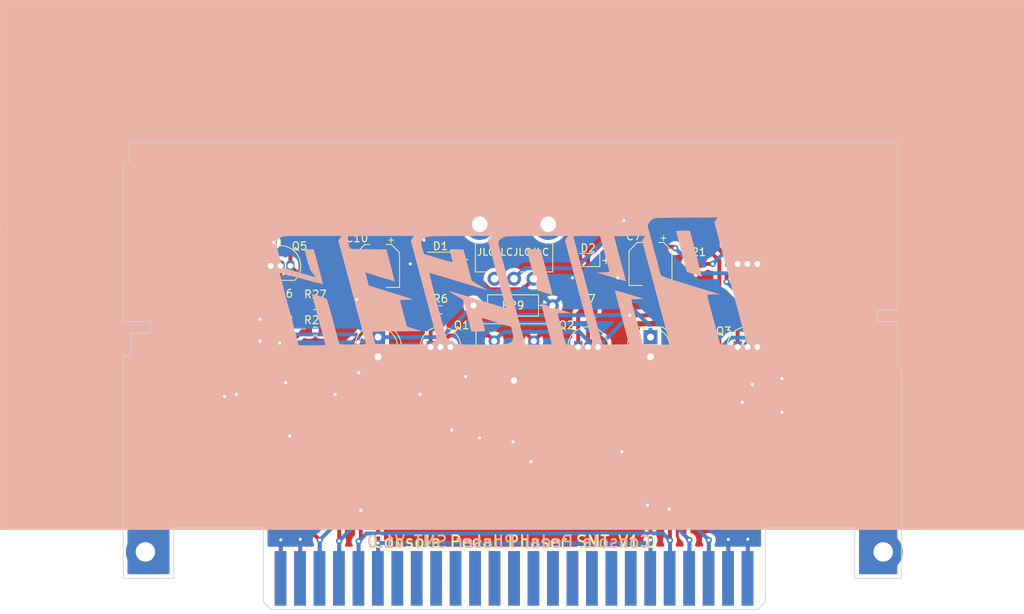
<source format=kicad_pcb>
(kicad_pcb (version 20171130) (host pcbnew "(5.1.10)-1")
  (layers (0 F.Cu signal hide) (31 B.Cu signal) (34 B.Paste user) (35 F.Paste user) (36 B.SilkS user) (37 F.SilkS user) (38 B.Mask user) (39 F.Mask user) (44 Edge.Cuts user))
  (net 0 "")
  (net 1 GND)
  (net 2 /LEDPower)
  (net 3 /Input)
  (net 4 /Output)
  (net 5 +9V)
  (net 6 "Net-(C2-Pad2)")
  (net 7 "Net-(C2-Pad1)")
  (net 8 "Net-(C3-Pad1)")
  (net 9 "Net-(C4-Pad2)")
  (net 10 "Net-(C5-Pad1)")
  (net 11 "Net-(C1-Pad1)")
  (net 12 "Net-(C3-Pad2)")
  (net 13 "Net-(C4-Pad1)")
  (net 14 "Net-(C5-Pad2)")
  (net 15 "Net-(C6-Pad2)")
  (net 16 +5V)
  (net 17 /VBIAS)
  (net 18 "Net-(C9-Pad2)")
  (net 19 "Net-(C9-Pad1)")
  (net 20 "Net-(C10-Pad1)")
  (net 21 "Net-(D3-Pad1)")
  (net 22 "Net-(Q5-Pad2)")
  (net 23 "Net-(R2-Pad2)")
  (net 24 "Net-(R4-Pad2)")
  (net 25 "Net-(R28-Pad1)")
  (net 26 "Net-(R10-Pad2)")
  (net 27 "Net-(R13-Pad2)")
  (net 28 "Net-(R14-Pad2)")
  (net 29 "Net-(R22-Pad1)")
  (net 30 "Net-(R23-Pad1)")
  (net 31 "Net-(R25-Pad2)")
  (module libraries:phaserLogo (layer B.Cu) (at 132.461 85.725 180)
    (fp_text reference G*** hide)
    (fp_text value LOGO hide)
  )
  (module LED_THT:LED_D5.0mm (layer F.Cu) (at 115.25 95 270)
    (fp_text reference D3 hide)
    (fp_text value LED)
    (pad 1 thru_hole rect (at 0 0 270) (size 1.8 1.8) (drill 0.9) (layers *.Cu *.Mask) (net 21 "Net-(D3-Pad1)"))
    (pad 2 thru_hole circle (at 2.54 0 270) (size 1.8 1.8) (drill 0.9) (layers *.Cu *.Mask) (net 2 /LEDPower))
  )
  (module LED_THT:LED_D5.0mm (layer F.Cu) (at 150.25 95 270)
    (fp_text reference D4 hide)
    (fp_text value LED)
    (pad 2 thru_hole circle (at 2.54 0 270) (size 1.8 1.8) (drill 0.9) (layers *.Cu *.Mask) (net 2 /LEDPower))
    (pad 1 thru_hole rect (at 0 0 270) (size 1.8 1.8) (drill 0.9) (layers *.Cu *.Mask) (net 21 "Net-(D3-Pad1)"))
  )
  (module libraries:N64-Connector (layer F.Cu) (at 132.715 126)
    (fp_text reference J1 hide)
    (fp_text value Conn_02x25_Counter_Clockwise)
    (pad 1 connect rect (at -30 0) (size 1.5 7) (layers F.Cu F.Mask) (net 1 GND))
    (pad 2 connect rect (at -27.5 0) (size 1.5 7) (layers F.Cu F.Mask) (net 1 GND))
    (pad 3 connect rect (at -25 0) (size 1.5 7) (layers F.Cu F.Mask) (net 3 /Input))
    (pad 4 connect rect (at -22.5 0) (size 1.5 7) (layers F.Cu F.Mask) (net 4 /Output))
    (pad 5 connect rect (at -20 0) (size 1.5 7) (layers F.Cu F.Mask) (net 5 +9V))
    (pad 6 connect rect (at -17.5 0) (size 1.5 7) (layers F.Cu F.Mask) (net 2 /LEDPower))
    (pad 7 connect rect (at -15 0) (size 1.5 7) (layers F.Cu F.Mask))
    (pad 8 connect rect (at -12.5 0) (size 1.5 7) (layers F.Cu F.Mask))
    (pad 9 connect rect (at -10 0) (size 1.5 7) (layers F.Cu F.Mask))
    (pad 10 connect rect (at -7.5 0) (size 1.5 7) (layers F.Cu F.Mask))
    (pad 11 connect rect (at -5 0) (size 1.5 7) (layers F.Cu F.Mask))
    (pad 12 connect rect (at -2.5 0) (size 1.5 7) (layers F.Cu F.Mask))
    (pad 13 connect rect (at 0 0) (size 1.5 7) (layers F.Cu F.Mask))
    (pad 14 connect rect (at 2.5 0) (size 1.5 7) (layers F.Cu F.Mask))
    (pad 15 connect rect (at 5 0) (size 1.5 7) (layers F.Cu F.Mask))
    (pad 16 connect rect (at 7.5 0) (size 1.5 7) (layers F.Cu F.Mask))
    (pad 17 connect rect (at 10 0) (size 1.5 7) (layers F.Cu F.Mask))
    (pad 18 connect rect (at 12.5 0) (size 1.5 7) (layers F.Cu F.Mask))
    (pad 19 connect rect (at 15 0) (size 1.5 7) (layers F.Cu F.Mask))
    (pad 20 connect rect (at 17.5 0) (size 1.5 7) (layers F.Cu F.Mask) (net 2 /LEDPower))
    (pad 21 connect rect (at 20 0) (size 1.5 7) (layers F.Cu F.Mask) (net 5 +9V))
    (pad 22 connect rect (at 22.5 0) (size 1.5 7) (layers F.Cu F.Mask) (net 4 /Output))
    (pad 23 connect rect (at 25 0) (size 1.5 7) (layers F.Cu F.Mask) (net 3 /Input))
    (pad 24 connect rect (at 27.5 0) (size 1.5 7) (layers F.Cu F.Mask) (net 1 GND))
    (pad 25 connect rect (at 30 0) (size 1.5 7) (layers F.Cu F.Mask) (net 1 GND))
    (pad 26 connect rect (at -30 0) (size 1.5 7) (layers B.Cu B.Mask) (net 1 GND))
    (pad 27 connect rect (at -27.5 0) (size 1.5 7) (layers B.Cu B.Mask) (net 1 GND))
    (pad 28 connect rect (at -25 0) (size 1.5 7) (layers B.Cu B.Mask) (net 3 /Input))
    (pad 29 connect rect (at -22.5 0) (size 1.5 7) (layers B.Cu B.Mask) (net 4 /Output))
    (pad 30 connect rect (at -20 0) (size 1.5 7) (layers B.Cu B.Mask) (net 5 +9V))
    (pad 31 connect rect (at -17.5 0) (size 1.5 7) (layers B.Cu B.Mask) (net 2 /LEDPower))
    (pad 32 connect rect (at -15 0) (size 1.5 7) (layers B.Cu B.Mask))
    (pad 33 connect rect (at -12.5 0) (size 1.5 7) (layers B.Cu B.Mask))
    (pad 34 connect rect (at -10 0) (size 1.5 7) (layers B.Cu B.Mask))
    (pad 35 connect rect (at -7.5 0) (size 1.5 7) (layers B.Cu B.Mask))
    (pad 36 connect rect (at -5 0) (size 1.5 7) (layers B.Cu B.Mask))
    (pad 37 connect rect (at -2.5 0) (size 1.5 7) (layers B.Cu B.Mask))
    (pad 38 connect rect (at 0 0) (size 1.5 7) (layers B.Cu B.Mask))
    (pad 39 connect rect (at 2.5 0) (size 1.5 7) (layers B.Cu B.Mask))
    (pad 40 connect rect (at 5 0) (size 1.5 7) (layers B.Cu B.Mask))
    (pad 41 connect rect (at 7.5 0) (size 1.5 7) (layers B.Cu B.Mask))
    (pad 42 connect rect (at 10 0) (size 1.5 7) (layers B.Cu B.Mask))
    (pad 43 connect rect (at 12.5 0) (size 1.5 7) (layers B.Cu B.Mask))
    (pad 44 connect rect (at 15 0) (size 1.5 7) (layers B.Cu B.Mask))
    (pad 45 connect rect (at 17.5 0) (size 1.5 7) (layers B.Cu B.Mask) (net 2 /LEDPower))
    (pad 46 connect rect (at 20 0) (size 1.5 7) (layers B.Cu B.Mask) (net 5 +9V))
    (pad 47 connect rect (at 22.5 0) (size 1.5 7) (layers B.Cu B.Mask) (net 4 /Output))
    (pad 48 connect rect (at 25 0) (size 1.5 7) (layers B.Cu B.Mask) (net 3 /Input))
    (pad 49 connect rect (at 27.5 0) (size 1.5 7) (layers B.Cu B.Mask) (net 1 GND))
    (pad 50 connect rect (at 30 0) (size 1.5 7) (layers B.Cu B.Mask) (net 1 GND))
  )
  (module MountingHole:MountingHole_2.5mm_Pad (layer F.Cu) (at 85.35 122.6)
    (fp_text reference H1 hide)
    (fp_text value MountingHole_Pad)
    (pad 1 thru_hole circle (at 0 0) (size 5 5) (drill 2.5) (layers *.Cu *.Mask) (net 1 GND))
  )
  (module MountingHole:MountingHole_2.5mm_Pad (layer F.Cu) (at 180.15 122.6)
    (fp_text reference H2 hide)
    (fp_text value MountingHole_Pad)
    (pad 1 thru_hole circle (at 0 0) (size 5 5) (drill 2.5) (layers *.Cu *.Mask) (net 1 GND))
  )
  (module Resistor_THT:R_Axial_DIN0207_L6.3mm_D2.5mm_P10.16mm_Horizontal (layer F.Cu) (at 137.668 90.932 180)
    (fp_text reference R29 (at 5.08 0) (layer F.SilkS))
    (fp_text value LED)
    (pad 1 thru_hole circle (at 0 0 180) (size 1.6 1.6) (drill 0.8) (layers *.Cu *.Mask) (net 1 GND))
    (pad 2 thru_hole oval (at 10.16 0 180) (size 1.6 1.6) (drill 0.8) (layers *.Cu *.Mask) (net 21 "Net-(D3-Pad1)"))
  )
  (module Package_TO_SOT_THT:TO-92_Inline (layer F.Cu) (at 122 96.27)
    (fp_text reference Q1 (at 3.984 -2.798) (layer F.SilkS))
    (fp_text value 2N5457)
    (pad 1 thru_hole rect (at 0 0) (size 1.05 1.5) (drill 0.75) (layers *.Cu *.Mask) (net 7 "Net-(C2-Pad1)"))
    (pad 3 thru_hole oval (at 2.54 0) (size 1.05 1.5) (drill 0.75) (layers *.Cu *.Mask) (net 17 /VBIAS))
    (pad 2 thru_hole oval (at 1.27 0) (size 1.05 1.5) (drill 0.75) (layers *.Cu *.Mask) (net 16 +5V))
  )
  (module Package_TO_SOT_THT:TO-92_Inline (layer F.Cu) (at 140.96 96.27)
    (fp_text reference Q2 (at -1.514 -2.798) (layer F.SilkS))
    (fp_text value 2N5457)
    (pad 2 thru_hole oval (at 1.27 0) (size 1.05 1.5) (drill 0.75) (layers *.Cu *.Mask) (net 16 +5V))
    (pad 3 thru_hole oval (at 2.54 0) (size 1.05 1.5) (drill 0.75) (layers *.Cu *.Mask) (net 17 /VBIAS))
    (pad 1 thru_hole rect (at 0 0) (size 1.05 1.5) (drill 0.75) (layers *.Cu *.Mask) (net 8 "Net-(C3-Pad1)"))
  )
  (module Package_TO_SOT_THT:TO-92_Inline (layer F.Cu) (at 161.445 96.27)
    (fp_text reference Q3 (at -1.778 -2.032) (layer F.SilkS))
    (fp_text value 2N5457)
    (pad 2 thru_hole oval (at 1.27 0) (size 1.05 1.5) (drill 0.75) (layers *.Cu *.Mask) (net 16 +5V))
    (pad 3 thru_hole oval (at 2.54 0) (size 1.05 1.5) (drill 0.75) (layers *.Cu *.Mask) (net 17 /VBIAS))
    (pad 1 thru_hole rect (at 0 0) (size 1.05 1.5) (drill 0.75) (layers *.Cu *.Mask) (net 13 "Net-(C4-Pad1)"))
  )
  (module Package_TO_SOT_THT:TO-92_Inline (layer F.Cu) (at 161.445 85.598)
    (fp_text reference Q4 (at -1.425 -2.54) (layer F.SilkS))
    (fp_text value 2N5457)
    (pad 2 thru_hole oval (at 1.27 0) (size 1.05 1.5) (drill 0.75) (layers *.Cu *.Mask) (net 16 +5V))
    (pad 3 thru_hole oval (at 2.54 0) (size 1.05 1.5) (drill 0.75) (layers *.Cu *.Mask) (net 17 /VBIAS))
    (pad 1 thru_hole rect (at 0 0) (size 1.05 1.5) (drill 0.75) (layers *.Cu *.Mask) (net 10 "Net-(C5-Pad1)"))
  )
  (module Package_TO_SOT_THT:TO-92_Inline (layer F.Cu) (at 101.445 85.852)
    (fp_text reference Q5 (at 3.711 -2.54) (layer F.SilkS))
    (fp_text value 2N3906)
    (pad 1 thru_hole rect (at 0 0) (size 1.05 1.5) (drill 0.75) (layers *.Cu *.Mask) (net 16 +5V))
    (pad 3 thru_hole oval (at 2.54 0) (size 1.05 1.5) (drill 0.75) (layers *.Cu *.Mask) (net 15 "Net-(C6-Pad2)"))
    (pad 2 thru_hole oval (at 1.27 0) (size 1.05 1.5) (drill 0.75) (layers *.Cu *.Mask) (net 22 "Net-(Q5-Pad2)"))
  )
  (module Potentiometer_THT:Potentiometer_Bourns_PTV09A-1_Single_Vertical (layer F.Cu) (at 135.215 87.5 90)
    (fp_text reference RV1 (at 7 -2.5 180) (layer F.SilkS))
    (fp_text value Speed)
    (pad 3 thru_hole circle (at 0 -5 90) (size 1.8 1.8) (drill 1) (layers *.Cu *.Mask) (net 30 "Net-(R23-Pad1)"))
    (pad 2 thru_hole circle (at 0 -2.5 90) (size 1.8 1.8) (drill 1) (layers *.Cu *.Mask) (net 30 "Net-(R23-Pad1)"))
    (pad 1 thru_hole circle (at 0 0 90) (size 1.8 1.8) (drill 1) (layers *.Cu *.Mask) (net 19 "Net-(C9-Pad1)"))
    (pad "" np_thru_hole circle (at 7 -6.9 90) (size 4 4) (drill 2) (layers *.Cu *.Mask))
    (pad "" np_thru_hole circle (at 7 1.9 90) (size 4 4) (drill 2) (layers *.Cu *.Mask))
  )
  (module Potentiometer_THT:Potentiometer_Bourns_3386F_Vertical (layer F.Cu) (at 130.175 95.504 270)
    (fp_text reference RV2 (at 2.655 -2.54 180) (layer F.SilkS))
    (fp_text value Trim)
    (pad 3 thru_hole circle (at 0 -5.08 270) (size 1.44 1.44) (drill 0.8) (layers *.Cu *.Mask) (net 1 GND))
    (pad 2 thru_hole circle (at 5.08 -2.54 270) (size 1.44 1.44) (drill 0.8) (layers *.Cu *.Mask) (net 29 "Net-(R22-Pad1)"))
    (pad 1 thru_hole circle (at 0 0 270) (size 1.44 1.44) (drill 0.8) (layers *.Cu *.Mask) (net 16 +5V))
  )
  (module Capacitor_SMD:C_0603_1608Metric (layer F.Cu) (at 94.742 100.584 180)
    (fp_text reference C1 (at 0 1.524) (layer F.SilkS))
    (fp_text value 0.01uF)
    (pad 1 smd roundrect (at -0.775 0 180) (size 0.9 0.95) (layers F.Cu F.Paste F.Mask) (net 11 "Net-(C1-Pad1)"))
    (pad 2 smd roundrect (at 0.775 0 180) (size 0.9 0.95) (layers F.Cu F.Paste F.Mask) (net 3 /Input))
  )
  (module Capacitor_SMD:C_0603_1608Metric (layer F.Cu) (at 115.316 102.108 180)
    (fp_text reference C2 (at 0 1.524) (layer F.SilkS))
    (fp_text value 0.047uF)
    (pad 1 smd roundrect (at -0.775 0 180) (size 0.9 0.95) (layers F.Cu F.Paste F.Mask) (net 7 "Net-(C2-Pad1)"))
    (pad 2 smd roundrect (at 0.775 0 180) (size 0.9 0.95) (layers F.Cu F.Paste F.Mask) (net 6 "Net-(C2-Pad2)"))
  )
  (module Capacitor_SMD:C_0603_1608Metric (layer F.Cu) (at 126.238 105.664)
    (fp_text reference C3 (at 0 -1.524) (layer F.SilkS))
    (fp_text value 0.047uF)
    (pad 1 smd roundrect (at -0.775 0) (size 0.9 0.95) (layers F.Cu F.Paste F.Mask) (net 8 "Net-(C3-Pad1)"))
    (pad 2 smd roundrect (at 0.775 0) (size 0.9 0.95) (layers F.Cu F.Paste F.Mask) (net 12 "Net-(C3-Pad2)"))
  )
  (module Capacitor_SMD:C_0603_1608Metric (layer F.Cu) (at 150.25 106.934 180)
    (fp_text reference C4 (at 0.136 1.524) (layer F.SilkS))
    (fp_text value 0.047uF)
    (pad 2 smd roundrect (at 0.775 0 180) (size 0.9 0.95) (layers F.Cu F.Paste F.Mask) (net 9 "Net-(C4-Pad2)"))
    (pad 1 smd roundrect (at -0.775 0 180) (size 0.9 0.95) (layers F.Cu F.Paste F.Mask) (net 13 "Net-(C4-Pad1)"))
  )
  (module Capacitor_SMD:C_0603_1608Metric (layer F.Cu) (at 162.715 107.95 180)
    (fp_text reference C5 (at 0 1.524) (layer F.SilkS))
    (fp_text value 0.047uF)
    (pad 2 smd roundrect (at 0.775 0 180) (size 0.9 0.95) (layers F.Cu F.Paste F.Mask) (net 14 "Net-(C5-Pad2)"))
    (pad 1 smd roundrect (at -0.775 0 180) (size 0.9 0.95) (layers F.Cu F.Paste F.Mask) (net 10 "Net-(C5-Pad1)"))
  )
  (module Capacitor_SMD:C_0603_1608Metric (layer F.Cu) (at 102.715 80.772)
    (fp_text reference C6 (at 0 -1.43) (layer F.SilkS))
    (fp_text value 0.047uF)
    (pad 2 smd roundrect (at 0.775 0) (size 0.9 0.95) (layers F.Cu F.Paste F.Mask) (net 15 "Net-(C6-Pad2)"))
    (pad 1 smd roundrect (at -0.775 0) (size 0.9 0.95) (layers F.Cu F.Paste F.Mask) (net 4 /Output))
  )
  (module Capacitor_SMD:CP_Elec_5x5.3 (layer F.Cu) (at 150.25 85.598 270)
    (fp_text reference C7 (at -3.556 2.168 180) (layer F.SilkS))
    (fp_text value 10uF)
    (pad 1 smd roundrect (at -2.2 0 270) (size 3 1.6) (layers F.Cu F.Paste F.Mask) (roundrect_rratio 0.15625) (net 16 +5V))
    (pad 2 smd roundrect (at 2.2 0 270) (size 3 1.6) (layers F.Cu F.Paste F.Mask) (roundrect_rratio 0.15625) (net 1 GND))
  )
  (module Capacitor_SMD:C_0603_1608Metric (layer F.Cu) (at 123.27 102.27)
    (fp_text reference C8 (at 0 -1.43) (layer F.SilkS))
    (fp_text value 0.047uF)
    (pad 1 smd roundrect (at -0.775 0) (size 0.9 0.95) (layers F.Cu F.Paste F.Mask) (net 16 +5V))
    (pad 2 smd roundrect (at 0.775 0) (size 0.9 0.95) (layers F.Cu F.Paste F.Mask) (net 17 /VBIAS))
  )
  (module Capacitor_SMD:C_0603_1608Metric (layer F.Cu) (at 102.87 97.536 180)
    (fp_text reference C9 (at 0 1.27) (layer F.SilkS))
    (fp_text value 0.01uF)
    (pad 2 smd roundrect (at 0.775 0 180) (size 0.9 0.95) (layers F.Cu F.Paste F.Mask) (net 18 "Net-(C9-Pad2)"))
    (pad 1 smd roundrect (at -0.775 0 180) (size 0.9 0.95) (layers F.Cu F.Paste F.Mask) (net 19 "Net-(C9-Pad1)"))
  )
  (module Capacitor_SMD:CP_Elec_5x5.3 (layer F.Cu) (at 115.25 85.852 270)
    (fp_text reference C10 (at -3.556 2.728 180) (layer F.SilkS))
    (fp_text value 10uF)
    (pad 2 smd roundrect (at 2.2 0 270) (size 3 1.6) (layers F.Cu F.Paste F.Mask) (roundrect_rratio 0.15625) (net 1 GND))
    (pad 1 smd roundrect (at -2.2 0 270) (size 3 1.6) (layers F.Cu F.Paste F.Mask) (roundrect_rratio 0.15625) (net 20 "Net-(C10-Pad1)"))
  )
  (module Diode_SMD:D_SOD-123 (layer F.Cu) (at 123.27 85.09 180)
    (fp_text reference D1 (at 0 1.778) (layer F.SilkS))
    (fp_text value 1N4001)
    (pad 1 smd rect (at -1.65 0 180) (size 0.9 1.2) (layers F.Cu F.Paste F.Mask) (net 16 +5V))
    (pad 2 smd rect (at 1.65 0 180) (size 0.9 1.2) (layers F.Cu F.Paste F.Mask) (net 1 GND))
  )
  (module Diode_SMD:D_SOD-323 (layer F.Cu) (at 142.24 85.09 180)
    (fp_text reference D2 (at 0 1.524) (layer F.SilkS))
    (fp_text value 5.1V)
    (pad 1 smd rect (at -1.05 0 180) (size 0.6 0.45) (layers F.Cu F.Paste F.Mask) (net 16 +5V))
    (pad 2 smd rect (at 1.05 0 180) (size 0.6 0.45) (layers F.Cu F.Paste F.Mask) (net 1 GND))
  )
  (module Resistor_SMD:R_0603_1608Metric (layer F.Cu) (at 94.742 104.902)
    (fp_text reference R1 (at 0 -1.524) (layer F.SilkS))
    (fp_text value 470K)
    (pad 2 smd roundrect (at 0.825 0) (size 0.8 0.95) (layers F.Cu F.Paste F.Mask) (net 3 /Input))
    (pad 1 smd roundrect (at -0.825 0) (size 0.8 0.95) (layers F.Cu F.Paste F.Mask) (net 1 GND))
  )
  (module Resistor_SMD:R_0603_1608Metric (layer F.Cu) (at 98.552 97.536)
    (fp_text reference R2 (at 0 -1.524) (layer F.SilkS))
    (fp_text value 10K)
    (pad 1 smd roundrect (at -0.825 0) (size 0.8 0.95) (layers F.Cu F.Paste F.Mask) (net 11 "Net-(C1-Pad1)"))
    (pad 2 smd roundrect (at 0.825 0) (size 0.8 0.95) (layers F.Cu F.Paste F.Mask) (net 23 "Net-(R2-Pad2)"))
  )
  (module Resistor_SMD:R_0603_1608Metric (layer F.Cu) (at 98.552 94.234 180)
    (fp_text reference R3 (at 0 1.524) (layer F.SilkS))
    (fp_text value 470K)
    (pad 2 smd roundrect (at 0.825 0 180) (size 0.8 0.95) (layers F.Cu F.Paste F.Mask) (net 23 "Net-(R2-Pad2)"))
    (pad 1 smd roundrect (at -0.825 0 180) (size 0.8 0.95) (layers F.Cu F.Paste F.Mask) (net 16 +5V))
  )
  (module Resistor_SMD:R_0603_1608Metric (layer F.Cu) (at 115.316 105.664 180)
    (fp_text reference R4 (at 0 1.524) (layer F.SilkS))
    (fp_text value 10K)
    (pad 1 smd roundrect (at -0.825 0 180) (size 0.8 0.95) (layers F.Cu F.Paste F.Mask) (net 6 "Net-(C2-Pad2)"))
    (pad 2 smd roundrect (at 0.825 0 180) (size 0.8 0.95) (layers F.Cu F.Paste F.Mask) (net 24 "Net-(R4-Pad2)"))
  )
  (module Resistor_SMD:R_0603_1608Metric (layer F.Cu) (at 120.904 107.442 270)
    (fp_text reference R5 (at -2.286 0 180) (layer F.SilkS))
    (fp_text value 10K)
    (pad 2 smd roundrect (at 0.825 0 270) (size 0.8 0.95) (layers F.Cu F.Paste F.Mask) (net 12 "Net-(C3-Pad2)"))
    (pad 1 smd roundrect (at -0.825 0 270) (size 0.8 0.95) (layers F.Cu F.Paste F.Mask) (net 24 "Net-(R4-Pad2)"))
  )
  (module Resistor_SMD:R_0603_1608Metric (layer F.Cu) (at 123.27 91.5)
    (fp_text reference R6 (at 0 -1.43) (layer F.SilkS))
    (fp_text value 22K)
    (pad 1 smd roundrect (at -0.825 0) (size 0.8 0.95) (layers F.Cu F.Paste F.Mask) (net 7 "Net-(C2-Pad1)"))
    (pad 2 smd roundrect (at 0.825 0) (size 0.8 0.95) (layers F.Cu F.Paste F.Mask) (net 16 +5V))
  )
  (module Resistor_SMD:R_0603_1608Metric (layer F.Cu) (at 142.23 91.5)
    (fp_text reference R7 (at 0 -1.43) (layer F.SilkS))
    (fp_text value 22K)
    (pad 1 smd roundrect (at -0.825 0) (size 0.8 0.95) (layers F.Cu F.Paste F.Mask) (net 8 "Net-(C3-Pad1)"))
    (pad 2 smd roundrect (at 0.825 0) (size 0.8 0.95) (layers F.Cu F.Paste F.Mask) (net 16 +5V))
  )
  (module Resistor_SMD:R_0603_1608Metric (layer F.Cu) (at 126.238 109.728)
    (fp_text reference R8 (at 0 -1.524) (layer F.SilkS))
    (fp_text value 10K)
    (pad 2 smd roundrect (at 0.825 0) (size 0.8 0.95) (layers F.Cu F.Paste F.Mask) (net 25 "Net-(R28-Pad1)"))
    (pad 1 smd roundrect (at -0.825 0) (size 0.8 0.95) (layers F.Cu F.Paste F.Mask) (net 12 "Net-(C3-Pad2)"))
  )
  (module Resistor_SMD:R_0603_1608Metric (layer F.Cu) (at 139.954 108.966 90)
    (fp_text reference R9 (at 2.286 0 180) (layer F.SilkS))
    (fp_text value 10K)
    (pad 1 smd roundrect (at -0.825 0 90) (size 0.8 0.95) (layers F.Cu F.Paste F.Mask) (net 25 "Net-(R28-Pad1)"))
    (pad 2 smd roundrect (at 0.825 0 90) (size 0.8 0.95) (layers F.Cu F.Paste F.Mask) (net 9 "Net-(C4-Pad2)"))
  )
  (module Resistor_SMD:R_0603_1608Metric (layer F.Cu) (at 150.25 102.108)
    (fp_text reference R10 (at -0.136 -1.524) (layer F.SilkS))
    (fp_text value 10K)
    (pad 2 smd roundrect (at 0.825 0) (size 0.8 0.95) (layers F.Cu F.Paste F.Mask) (net 26 "Net-(R10-Pad2)"))
    (pad 1 smd roundrect (at -0.825 0) (size 0.8 0.95) (layers F.Cu F.Paste F.Mask) (net 9 "Net-(C4-Pad2)"))
  )
  (module Resistor_SMD:R_0603_1608Metric (layer F.Cu) (at 162.715 91.948)
    (fp_text reference R11 (at 0 -1.43) (layer F.SilkS))
    (fp_text value 22K)
    (pad 2 smd roundrect (at 0.825 0) (size 0.8 0.95) (layers F.Cu F.Paste F.Mask) (net 16 +5V))
    (pad 1 smd roundrect (at -0.825 0) (size 0.8 0.95) (layers F.Cu F.Paste F.Mask) (net 13 "Net-(C4-Pad1)"))
  )
  (module Resistor_SMD:R_0603_1608Metric (layer F.Cu) (at 155.448 102.108)
    (fp_text reference R12 (at 0 -1.43) (layer F.SilkS))
    (fp_text value 10K)
    (pad 1 smd roundrect (at -0.825 0) (size 0.8 0.95) (layers F.Cu F.Paste F.Mask) (net 26 "Net-(R10-Pad2)"))
    (pad 2 smd roundrect (at 0.825 0) (size 0.8 0.95) (layers F.Cu F.Paste F.Mask) (net 14 "Net-(C5-Pad2)"))
  )
  (module Resistor_SMD:R_0603_1608Metric (layer F.Cu) (at 169.926 107.442 90)
    (fp_text reference R13 (at 2.286 0 180) (layer F.SilkS))
    (fp_text value 10K)
    (pad 2 smd roundrect (at 0.825 0 90) (size 0.8 0.95) (layers F.Cu F.Paste F.Mask) (net 27 "Net-(R13-Pad2)"))
    (pad 1 smd roundrect (at -0.825 0 90) (size 0.8 0.95) (layers F.Cu F.Paste F.Mask) (net 14 "Net-(C5-Pad2)"))
  )
  (module Resistor_SMD:R_0603_1608Metric (layer F.Cu) (at 169.926 101.6 90)
    (fp_text reference R14 (at 2.286 0) (layer F.SilkS))
    (fp_text value 10K)
    (pad 1 smd roundrect (at -0.825 0 90) (size 0.8 0.95) (layers F.Cu F.Paste F.Mask) (net 27 "Net-(R13-Pad2)"))
    (pad 2 smd roundrect (at 0.825 0 90) (size 0.8 0.95) (layers F.Cu F.Paste F.Mask) (net 28 "Net-(R14-Pad2)"))
  )
  (module Resistor_SMD:R_0603_1608Metric (layer F.Cu) (at 162.715 80.772)
    (fp_text reference R15 (at 0 -1.524) (layer F.SilkS))
    (fp_text value 22K)
    (pad 1 smd roundrect (at -0.825 0) (size 0.8 0.95) (layers F.Cu F.Paste F.Mask) (net 10 "Net-(C5-Pad1)"))
    (pad 2 smd roundrect (at 0.825 0) (size 0.8 0.95) (layers F.Cu F.Paste F.Mask) (net 16 +5V))
  )
  (module Resistor_SMD:R_0603_1608Metric (layer F.Cu) (at 102.87 90.932 180)
    (fp_text reference R16 (at 0 1.524) (layer F.SilkS))
    (fp_text value 150K)
    (pad 1 smd roundrect (at -0.825 0 180) (size 0.8 0.95) (layers F.Cu F.Paste F.Mask) (net 6 "Net-(C2-Pad2)"))
    (pad 2 smd roundrect (at 0.825 0 180) (size 0.8 0.95) (layers F.Cu F.Paste F.Mask) (net 22 "Net-(Q5-Pad2)"))
  )
  (module Resistor_SMD:R_0603_1608Metric (layer F.Cu) (at 98.552 90.932)
    (fp_text reference R17 (at 0 -1.524) (layer F.SilkS))
    (fp_text value 150K)
    (pad 2 smd roundrect (at 0.825 0) (size 0.8 0.95) (layers F.Cu F.Paste F.Mask) (net 22 "Net-(Q5-Pad2)"))
    (pad 1 smd roundrect (at -0.825 0) (size 0.8 0.95) (layers F.Cu F.Paste F.Mask) (net 28 "Net-(R14-Pad2)"))
  )
  (module Resistor_SMD:R_0603_1608Metric (layer F.Cu) (at 102.87 94.234)
    (fp_text reference R18 (at 0 -1.43) (layer F.SilkS))
    (fp_text value 56K)
    (pad 2 smd roundrect (at 0.825 0) (size 0.8 0.95) (layers F.Cu F.Paste F.Mask) (net 1 GND))
    (pad 1 smd roundrect (at -0.825 0) (size 0.8 0.95) (layers F.Cu F.Paste F.Mask) (net 15 "Net-(C6-Pad2)"))
  )
  (module Resistor_SMD:R_0603_1608Metric (layer F.Cu) (at 155.448 106.934)
    (fp_text reference R19 (at 0 -1.524) (layer F.SilkS))
    (fp_text value 150K)
    (pad 1 smd roundrect (at -0.825 0) (size 0.8 0.95) (layers F.Cu F.Paste F.Mask) (net 4 /Output))
    (pad 2 smd roundrect (at 0.825 0) (size 0.8 0.95) (layers F.Cu F.Paste F.Mask) (net 1 GND))
  )
  (module Resistor_SMD:R_0603_1608Metric (layer F.Cu) (at 142.24 103.632)
    (fp_text reference R20 (at 0 -1.43) (layer F.SilkS))
    (fp_text value 10K)
    (pad 2 smd roundrect (at 0.825 0) (size 0.8 0.95) (layers F.Cu F.Paste F.Mask) (net 16 +5V))
    (pad 1 smd roundrect (at -0.825 0) (size 0.8 0.95) (layers F.Cu F.Paste F.Mask) (net 5 +9V))
  )
  (module Resistor_SMD:R_0603_1608Metric (layer F.Cu) (at 155.956 85.598 180)
    (fp_text reference R21 (at 0 1.524) (layer F.SilkS))
    (fp_text value 3.9M)
    (pad 1 smd roundrect (at -0.825 0 180) (size 0.8 0.95) (layers F.Cu F.Paste F.Mask) (net 17 /VBIAS))
    (pad 2 smd roundrect (at 0.825 0 180) (size 0.8 0.95) (layers F.Cu F.Paste F.Mask) (net 20 "Net-(C10-Pad1)"))
  )
  (module Resistor_SMD:R_0603_1608Metric (layer F.Cu) (at 142.23 100.584)
    (fp_text reference R22 (at 0 -1.43) (layer F.SilkS))
    (fp_text value 1M)
    (pad 2 smd roundrect (at 0.825 0) (size 0.8 0.95) (layers F.Cu F.Paste F.Mask) (net 17 /VBIAS))
    (pad 1 smd roundrect (at -0.825 0) (size 0.8 0.95) (layers F.Cu F.Paste F.Mask) (net 29 "Net-(R22-Pad1)"))
  )
  (module Resistor_SMD:R_0603_1608Metric (layer F.Cu) (at 150.25 78.994)
    (fp_text reference R23 (at 0 -1.43) (layer F.SilkS))
    (fp_text value 4.7K)
    (pad 1 smd roundrect (at -0.825 0) (size 0.8 0.95) (layers F.Cu F.Paste F.Mask) (net 30 "Net-(R23-Pad1)"))
    (pad 2 smd roundrect (at 0.825 0) (size 0.8 0.95) (layers F.Cu F.Paste F.Mask) (net 20 "Net-(C10-Pad1)"))
  )
  (module Resistor_SMD:R_0603_1608Metric (layer F.Cu) (at 107.188 94.234)
    (fp_text reference R24 (at 0 -1.43) (layer F.SilkS))
    (fp_text value 150K)
    (pad 2 smd roundrect (at 0.825 0) (size 0.8 0.95) (layers F.Cu F.Paste F.Mask) (net 20 "Net-(C10-Pad1)"))
    (pad 1 smd roundrect (at -0.825 0) (size 0.8 0.95) (layers F.Cu F.Paste F.Mask) (net 18 "Net-(C9-Pad2)"))
  )
  (module Resistor_SMD:R_0603_1608Metric (layer F.Cu) (at 108.966 100.584)
    (fp_text reference R25 (at 0 -1.43) (layer F.SilkS))
    (fp_text value 470K)
    (pad 2 smd roundrect (at 0.825 0) (size 0.8 0.95) (layers F.Cu F.Paste F.Mask) (net 31 "Net-(R25-Pad2)"))
    (pad 1 smd roundrect (at -0.825 0) (size 0.8 0.95) (layers F.Cu F.Paste F.Mask) (net 19 "Net-(C9-Pad1)"))
  )
  (module Resistor_SMD:R_0603_1608Metric (layer F.Cu) (at 108.966 104.648)
    (fp_text reference R26 (at 0 -1.43) (layer F.SilkS))
    (fp_text value 150K)
    (pad 1 smd roundrect (at -0.825 0) (size 0.8 0.95) (layers F.Cu F.Paste F.Mask) (net 31 "Net-(R25-Pad2)"))
    (pad 2 smd roundrect (at 0.825 0) (size 0.8 0.95) (layers F.Cu F.Paste F.Mask) (net 16 +5V))
  )
  (module Resistor_SMD:R_0603_1608Metric (layer F.Cu) (at 107.188 90.932)
    (fp_text reference R27 (at 0 -1.43) (layer F.SilkS))
    (fp_text value 150K)
    (pad 1 smd roundrect (at -0.825 0) (size 0.8 0.95) (layers F.Cu F.Paste F.Mask) (net 22 "Net-(Q5-Pad2)"))
    (pad 2 smd roundrect (at 0.825 0) (size 0.8 0.95) (layers F.Cu F.Paste F.Mask) (net 15 "Net-(C6-Pad2)"))
  )
  (module Resistor_SMD:R_0603_1608Metric (layer F.Cu) (at 145.034 108.966 270)
    (fp_text reference R28 (at -2.286 0 180) (layer F.SilkS))
    (fp_text value 22K)
    (pad 2 smd roundrect (at 0.825 0 270) (size 0.8 0.95) (layers F.Cu F.Paste F.Mask) (net 28 "Net-(R14-Pad2)"))
    (pad 1 smd roundrect (at -0.825 0 270) (size 0.8 0.95) (layers F.Cu F.Paste F.Mask) (net 25 "Net-(R28-Pad1)"))
  )
  (module Package_SO:SOIC-8_3.9x4.9mm_P1.27mm (layer F.Cu) (at 102.715 102.696)
    (fp_text reference U1 (at -2.639 -3.4) (layer F.SilkS))
    (fp_text value TL072)
    (pad 1 smd roundrect (at -2.475 -1.905) (size 1.95 0.6) (layers F.Cu F.Paste F.Mask) (net 6 "Net-(C2-Pad2)"))
    (pad 2 smd roundrect (at -2.475 -0.635) (size 1.95 0.6) (layers F.Cu F.Paste F.Mask) (net 6 "Net-(C2-Pad2)"))
    (pad 3 smd roundrect (at -2.475 0.635) (size 1.95 0.6) (layers F.Cu F.Paste F.Mask) (net 23 "Net-(R2-Pad2)"))
    (pad 4 smd roundrect (at -2.475 1.905) (size 1.95 0.6) (layers F.Cu F.Paste F.Mask) (net 1 GND))
    (pad 5 smd roundrect (at 2.475 1.905) (size 1.95 0.6) (layers F.Cu F.Paste F.Mask) (net 31 "Net-(R25-Pad2)"))
    (pad 6 smd roundrect (at 2.475 0.635) (size 1.95 0.6) (layers F.Cu F.Paste F.Mask) (net 18 "Net-(C9-Pad2)"))
    (pad 7 smd roundrect (at 2.475 -0.635) (size 1.95 0.6) (layers F.Cu F.Paste F.Mask) (net 19 "Net-(C9-Pad1)"))
    (pad 8 smd roundrect (at 2.475 -1.905) (size 1.95 0.6) (layers F.Cu F.Paste F.Mask) (net 5 +9V))
  )
  (module Package_SO:SOIC-8_3.9x4.9mm_P1.27mm (layer F.Cu) (at 132.715 107.696)
    (fp_text reference U2 (at -2.667 -3.4) (layer F.SilkS))
    (fp_text value TL072)
    (pad 8 smd roundrect (at 2.475 -1.905) (size 1.95 0.6) (layers F.Cu F.Paste F.Mask) (net 5 +9V))
    (pad 7 smd roundrect (at 2.475 -0.635) (size 1.95 0.6) (layers F.Cu F.Paste F.Mask) (net 9 "Net-(C4-Pad2)"))
    (pad 6 smd roundrect (at 2.475 0.635) (size 1.95 0.6) (layers F.Cu F.Paste F.Mask) (net 25 "Net-(R28-Pad1)"))
    (pad 5 smd roundrect (at 2.475 1.905) (size 1.95 0.6) (layers F.Cu F.Paste F.Mask) (net 8 "Net-(C3-Pad1)"))
    (pad 4 smd roundrect (at -2.475 1.905) (size 1.95 0.6) (layers F.Cu F.Paste F.Mask) (net 1 GND))
    (pad 3 smd roundrect (at -2.475 0.635) (size 1.95 0.6) (layers F.Cu F.Paste F.Mask) (net 7 "Net-(C2-Pad1)"))
    (pad 2 smd roundrect (at -2.475 -0.635) (size 1.95 0.6) (layers F.Cu F.Paste F.Mask) (net 24 "Net-(R4-Pad2)"))
    (pad 1 smd roundrect (at -2.475 -1.905) (size 1.95 0.6) (layers F.Cu F.Paste F.Mask) (net 12 "Net-(C3-Pad2)"))
  )
  (module Package_SO:SOIC-8_3.9x4.9mm_P1.27mm (layer F.Cu) (at 162.715 102.696)
    (fp_text reference U3 (at -2.695 -3.4) (layer F.SilkS))
    (fp_text value TL072)
    (pad 1 smd roundrect (at -2.475 -1.905) (size 1.95 0.6) (layers F.Cu F.Paste F.Mask) (net 14 "Net-(C5-Pad2)"))
    (pad 2 smd roundrect (at -2.475 -0.635) (size 1.95 0.6) (layers F.Cu F.Paste F.Mask) (net 26 "Net-(R10-Pad2)"))
    (pad 3 smd roundrect (at -2.475 0.635) (size 1.95 0.6) (layers F.Cu F.Paste F.Mask) (net 13 "Net-(C4-Pad1)"))
    (pad 4 smd roundrect (at -2.475 1.905) (size 1.95 0.6) (layers F.Cu F.Paste F.Mask) (net 1 GND))
    (pad 5 smd roundrect (at 2.475 1.905) (size 1.95 0.6) (layers F.Cu F.Paste F.Mask) (net 10 "Net-(C5-Pad1)"))
    (pad 6 smd roundrect (at 2.475 0.635) (size 1.95 0.6) (layers F.Cu F.Paste F.Mask) (net 27 "Net-(R13-Pad2)"))
    (pad 7 smd roundrect (at 2.475 -0.635) (size 1.95 0.6) (layers F.Cu F.Paste F.Mask) (net 28 "Net-(R14-Pad2)"))
    (pad 8 smd roundrect (at 2.475 -1.905) (size 1.95 0.6) (layers F.Cu F.Paste F.Mask) (net 5 +9V))
  )
  (gr_text + (at 126.365 84.963) (layer F.SilkS) (effects (font (size 1 1))))
  (gr_text + (at 144.526 85.09) (layer F.SilkS) (effects (font (size 1 1))))
  (gr_text JLCJLCJLCJLC (at 132.588 84.074) (layer F.SilkS) (effects (font (size 0.9 0.9))))
  (gr_line (start 182 70) (end 83.3 70) (layer Edge.Cuts) (width 0.1))
  (gr_line (start 182 70) (end 182 91.5) (layer Edge.Cuts) (width 0.1))
  (gr_line (start 182 91.5) (end 179.4 91.5) (layer Edge.Cuts) (width 0.1))
  (gr_line (start 179.4 93) (end 179.4 91.5) (layer Edge.Cuts) (width 0.1))
  (gr_line (start 182 93) (end 179.4 93) (layer Edge.Cuts) (width 0.1))
  (gr_line (start 83.3 72.5) (end 83.3 70) (layer Edge.Cuts) (width 0.1))
  (gr_line (start 82.5 72.5) (end 83.3 72.5) (layer Edge.Cuts) (width 0.1))
  (gr_line (start 82.5 93) (end 82.5 72.5) (layer Edge.Cuts) (width 0.1))
  (gr_line (start 86 93) (end 82.5 93) (layer Edge.Cuts) (width 0.1))
  (gr_text "Console Pedal Phaser SMT V1.0" (at 132.08 121.285) (layer B.SilkS) (effects (font (size 1.5 1.5) (thickness 0.25)) (justify mirror)))
  (gr_text "Console Pedal Phaser SMT V1.0" (at 132.715 121.285) (layer F.SilkS) (effects (font (size 1.5 1.5) (thickness 0.25))))
  (gr_text "Thomas McDonagh\nconsolepedals.com" (at 132.715 113.792) (layer B.SilkS) (effects (font (size 2 2) (thickness 0.25)) (justify mirror)))
  (gr_text "Thomas McDonagh\nconsolepedals.com" (at 132.715 113.792) (layer F.SilkS) (effects (font (size 2 2) (thickness 0.25))))
  (gr_line (start 182 93) (end 182 99) (layer Edge.Cuts) (width 0.1))
  (gr_line (start 182.5 99) (end 182 99) (layer Edge.Cuts) (width 0.1))
  (gr_line (start 182.5 126) (end 182.5 99) (layer Edge.Cuts) (width 0.1))
  (gr_line (start 182.5 126) (end 176.5 126) (layer Edge.Cuts) (width 0.1))
  (gr_line (start 176.5 119.5) (end 176.5 126) (layer Edge.Cuts) (width 0.1))
  (gr_line (start 176.5 119.5) (end 165 119.5) (layer Edge.Cuts) (width 0.1))
  (gr_line (start 165 129) (end 165 119.5) (layer Edge.Cuts) (width 0.1))
  (gr_line (start 165 129) (end 164 130) (layer Edge.Cuts) (width 0.1))
  (gr_line (start 86 94.5) (end 86 93) (layer Edge.Cuts) (width 0.1))
  (gr_line (start 83.5 94.5) (end 86 94.5) (layer Edge.Cuts) (width 0.1))
  (gr_line (start 83.5 97.5) (end 83.5 94.5) (layer Edge.Cuts) (width 0.1))
  (gr_line (start 82.5 97.5) (end 83.5 97.5) (layer Edge.Cuts) (width 0.1))
  (gr_line (start 82.5 126) (end 82.5 97.5) (layer Edge.Cuts) (width 0.1))
  (gr_line (start 89 126) (end 82.5 126) (layer Edge.Cuts) (width 0.1))
  (gr_line (start 89 119.5) (end 89 126) (layer Edge.Cuts) (width 0.1))
  (gr_line (start 100.5 119.5) (end 89 119.5) (layer Edge.Cuts) (width 0.1))
  (gr_line (start 100.5 129) (end 100.5 119.5) (layer Edge.Cuts) (width 0.1))
  (gr_line (start 100.5 129) (end 101.5 130) (layer Edge.Cuts) (width 0.1))
  (gr_line (start 164 130) (end 101.5 130) (layer Edge.Cuts) (width 0.1))
  (segment (start 105.25 126) (end 105.25 120.979) (width 0.5) (layer F.Cu) (net 1))
  (via (at 105.25 120.979) (size 0.8) (drill 0.4) (layers F.Cu B.Cu) (net 1))
  (segment (start 105.25 126) (end 105.25 120.979) (width 0.5) (layer B.Cu) (net 1))
  (segment (start 160.25 126) (end 160.25 120.988) (width 0.5) (layer F.Cu) (net 1))
  (via (at 160.25 120.988) (size 0.8) (drill 0.4) (layers F.Cu B.Cu) (net 1))
  (segment (start 160.25 126) (end 160.25 120.988) (width 0.5) (layer B.Cu) (net 1))
  (segment (start 157.384969 118.122969) (end 160.25 120.988) (width 0.5) (layer B.Cu) (net 1))
  (segment (start 108.106031 118.122969) (end 157.384969 118.122969) (width 0.5) (layer B.Cu) (net 1))
  (segment (start 105.25 120.979) (end 108.106031 118.122969) (width 0.5) (layer B.Cu) (net 1))
  (segment (start 102.75 126) (end 102.75 121.038) (width 0.5) (layer F.Cu) (net 1))
  (via (at 102.75 121.038) (size 0.8) (drill 0.4) (layers F.Cu B.Cu) (net 1))
  (segment (start 102.75 126) (end 102.75 121.038) (width 0.5) (layer B.Cu) (net 1))
  (segment (start 162.75 126) (end 162.75 120.967) (width 0.5) (layer F.Cu) (net 1))
  (via (at 162.75 120.967) (size 0.8) (drill 0.4) (layers F.Cu B.Cu) (net 1))
  (segment (start 162.75 120.967) (end 162.75 126) (width 0.5) (layer B.Cu) (net 1))
  (segment (start 162.729 120.988) (end 162.75 120.967) (width 0.5) (layer B.Cu) (net 1))
  (segment (start 160.25 120.988) (end 162.729 120.988) (width 0.5) (layer B.Cu) (net 1))
  (segment (start 105.191 121.038) (end 105.25 120.979) (width 0.5) (layer B.Cu) (net 1))
  (segment (start 102.75 121.038) (end 105.191 121.038) (width 0.5) (layer B.Cu) (net 1))
  (via (at 121.158 82.55) (size 0.8) (drill 0.4) (layers F.Cu B.Cu) (net 1))
  (segment (start 129.54 90.932) (end 121.158 82.55) (width 0.5) (layer B.Cu) (net 1))
  (segment (start 137.668 90.932) (end 129.54 90.932) (width 0.5) (layer B.Cu) (net 1))
  (segment (start 121.158 84.628) (end 121.62 85.09) (width 0.5) (layer F.Cu) (net 1))
  (segment (start 121.158 82.55) (end 121.158 84.628) (width 0.5) (layer F.Cu) (net 1))
  (via (at 97.028 102.362) (size 0.8) (drill 0.4) (layers F.Cu B.Cu) (net 1))
  (via (at 102.616 95.758) (size 0.8) (drill 0.4) (layers F.Cu B.Cu) (net 1))
  (segment (start 103.695 94.679) (end 102.616 95.758) (width 0.5) (layer F.Cu) (net 1))
  (segment (start 103.695 94.234) (end 103.695 94.679) (width 0.5) (layer F.Cu) (net 1))
  (via (at 119.38 85.598) (size 0.8) (drill 0.4) (layers F.Cu B.Cu) (net 1))
  (via (at 112.522 90.17) (size 0.8) (drill 0.4) (layers F.Cu B.Cu) (net 1))
  (via (at 132.588 108.458) (size 0.8) (drill 0.4) (layers F.Cu B.Cu) (net 1))
  (segment (start 131.445 109.601) (end 132.588 108.458) (width 0.5) (layer F.Cu) (net 1))
  (segment (start 130.24 109.601) (end 131.445 109.601) (width 0.5) (layer F.Cu) (net 1))
  (segment (start 99.267 104.601) (end 97.028 102.362) (width 0.5) (layer F.Cu) (net 1))
  (segment (start 100.24 104.601) (end 99.267 104.601) (width 0.5) (layer F.Cu) (net 1))
  (via (at 146.05 87.376) (size 0.8) (drill 0.4) (layers F.Cu B.Cu) (net 1))
  (via (at 140.208 87.376) (size 0.8) (drill 0.4) (layers F.Cu B.Cu) (net 1))
  (via (at 112.776 99.568) (size 0.8) (drill 0.4) (layers F.Cu B.Cu) (net 1))
  (via (at 126.492 100.076) (size 0.8) (drill 0.4) (layers F.Cu B.Cu) (net 1))
  (segment (start 115.25 126) (end 115.25 121.454) (width 0.5) (layer F.Cu) (net 2))
  (via (at 115.25 121.454) (size 0.8) (drill 0.4) (layers F.Cu B.Cu) (net 2))
  (segment (start 115.25 126) (end 115.25 121.454) (width 0.5) (layer B.Cu) (net 2))
  (segment (start 150.25 126) (end 150.25 121.073) (width 0.5) (layer F.Cu) (net 2))
  (via (at 150.25 121.073) (size 0.8) (drill 0.4) (layers F.Cu B.Cu) (net 2))
  (segment (start 150.25 121.073) (end 150.25 126) (width 0.5) (layer B.Cu) (net 2))
  (segment (start 149.869 121.454) (end 150.25 121.073) (width 0.5) (layer B.Cu) (net 2))
  (segment (start 115.25 121.454) (end 149.869 121.454) (width 0.5) (layer B.Cu) (net 2))
  (via (at 149.86 116.586) (size 0.8) (drill 0.4) (layers F.Cu B.Cu) (net 2))
  (segment (start 150.25 116.976) (end 149.86 116.586) (width 0.5) (layer F.Cu) (net 2))
  (segment (start 150.25 121.073) (end 150.25 116.976) (width 0.5) (layer F.Cu) (net 2))
  (segment (start 145.707999 102.082001) (end 150.25 97.54) (width 0.5) (layer B.Cu) (net 2))
  (segment (start 145.707999 112.433999) (end 145.707999 102.082001) (width 0.5) (layer B.Cu) (net 2))
  (segment (start 149.86 116.586) (end 145.707999 112.433999) (width 0.5) (layer B.Cu) (net 2))
  (via (at 103.886 107.696) (size 0.8) (drill 0.4) (layers F.Cu B.Cu) (net 2))
  (segment (start 104.711033 107.696) (end 103.886 107.696) (width 0.5) (layer F.Cu) (net 2))
  (segment (start 115.25 118.234967) (end 104.711033 107.696) (width 0.5) (layer F.Cu) (net 2))
  (segment (start 115.25 121.454) (end 115.25 118.234967) (width 0.5) (layer F.Cu) (net 2))
  (segment (start 112.363999 94.653999) (end 115.25 97.54) (width 0.5) (layer B.Cu) (net 2))
  (segment (start 99.667999 94.653999) (end 112.363999 94.653999) (width 0.5) (layer B.Cu) (net 2))
  (segment (start 99.225999 95.095999) (end 99.667999 94.653999) (width 0.5) (layer B.Cu) (net 2))
  (segment (start 99.225999 103.035999) (end 99.225999 95.095999) (width 0.5) (layer B.Cu) (net 2))
  (segment (start 103.886 107.696) (end 99.225999 103.035999) (width 0.5) (layer B.Cu) (net 2))
  (segment (start 107.75 126) (end 107.75 121.066) (width 0.5) (layer F.Cu) (net 3))
  (via (at 107.75 121.066) (size 0.8) (drill 0.4) (layers F.Cu B.Cu) (net 3))
  (segment (start 107.75 121.066) (end 107.75 126) (width 0.5) (layer B.Cu) (net 3))
  (segment (start 157.75 126) (end 157.75 121.066) (width 0.5) (layer F.Cu) (net 3))
  (via (at 157.75 121.066) (size 0.8) (drill 0.4) (layers F.Cu B.Cu) (net 3))
  (segment (start 157.75 121.066) (end 157.75 126) (width 0.5) (layer B.Cu) (net 3))
  (segment (start 155.506979 118.822979) (end 157.75 121.066) (width 0.5) (layer B.Cu) (net 3))
  (segment (start 109.993021 118.822979) (end 155.506979 118.822979) (width 0.5) (layer B.Cu) (net 3))
  (segment (start 107.75 121.066) (end 109.993021 118.822979) (width 0.5) (layer B.Cu) (net 3))
  (segment (start 157.734 121.05) (end 157.75 121.066) (width 0.5) (layer F.Cu) (net 3))
  (segment (start 93.967 103.302) (end 95.567 104.902) (width 0.5) (layer F.Cu) (net 3))
  (segment (start 93.967 100.584) (end 93.967 103.302) (width 0.5) (layer F.Cu) (net 3))
  (segment (start 95.567 108.883) (end 107.75 121.066) (width 0.5) (layer F.Cu) (net 3))
  (segment (start 95.567 104.902) (end 95.567 108.883) (width 0.5) (layer F.Cu) (net 3))
  (segment (start 110.25 126) (end 110.25 121.195) (width 0.5) (layer F.Cu) (net 4))
  (via (at 110.25 121.195) (size 0.8) (drill 0.4) (layers F.Cu B.Cu) (net 4))
  (segment (start 110.25 121.195) (end 110.25 126) (width 0.5) (layer B.Cu) (net 4))
  (segment (start 155.25 126) (end 155.25 121.068) (width 0.5) (layer F.Cu) (net 4))
  (via (at 155.25 121.068) (size 0.8) (drill 0.4) (layers F.Cu B.Cu) (net 4))
  (segment (start 155.25 121.068) (end 155.25 126) (width 0.5) (layer B.Cu) (net 4))
  (segment (start 153.704989 119.522989) (end 155.25 121.068) (width 0.5) (layer B.Cu) (net 4))
  (segment (start 111.922011 119.522989) (end 153.704989 119.522989) (width 0.5) (layer B.Cu) (net 4))
  (segment (start 110.25 121.195) (end 111.922011 119.522989) (width 0.5) (layer B.Cu) (net 4))
  (segment (start 154.623 120.441) (end 155.25 121.068) (width 0.5) (layer F.Cu) (net 4))
  (segment (start 154.623 106.934) (end 154.623 120.441) (width 0.5) (layer F.Cu) (net 4))
  (via (at 95.504 102.616) (size 0.8) (drill 0.4) (layers F.Cu B.Cu) (net 4))
  (segment (start 110.25 117.362) (end 95.504 102.616) (width 0.5) (layer F.Cu) (net 4))
  (segment (start 110.25 121.195) (end 110.25 117.362) (width 0.5) (layer F.Cu) (net 4))
  (via (at 101.854 82.804) (size 0.8) (drill 0.4) (layers F.Cu B.Cu) (net 4))
  (segment (start 101.94 82.718) (end 101.854 82.804) (width 0.5) (layer F.Cu) (net 4))
  (segment (start 101.94 80.772) (end 101.94 82.718) (width 0.5) (layer F.Cu) (net 4))
  (segment (start 95.504 89.154) (end 95.504 102.616) (width 0.5) (layer B.Cu) (net 4))
  (segment (start 101.854 82.804) (end 95.504 89.154) (width 0.5) (layer B.Cu) (net 4))
  (segment (start 112.75 126) (end 112.75 121.235) (width 0.5) (layer F.Cu) (net 5))
  (via (at 112.75 121.235) (size 0.8) (drill 0.4) (layers F.Cu B.Cu) (net 5))
  (segment (start 112.75 121.235) (end 112.75 126) (width 0.5) (layer B.Cu) (net 5))
  (segment (start 152.75 126) (end 152.75 121.108) (width 0.5) (layer F.Cu) (net 5))
  (via (at 152.75 121.108) (size 0.8) (drill 0.4) (layers F.Cu B.Cu) (net 5))
  (segment (start 152.75 121.108) (end 152.75 126) (width 0.5) (layer B.Cu) (net 5))
  (segment (start 151.864999 120.222999) (end 152.75 121.108) (width 0.5) (layer B.Cu) (net 5))
  (segment (start 113.762001 120.222999) (end 151.864999 120.222999) (width 0.5) (layer B.Cu) (net 5))
  (segment (start 112.75 121.235) (end 113.762001 120.222999) (width 0.5) (layer B.Cu) (net 5))
  (segment (start 139.256 105.791) (end 141.415 103.632) (width 0.5) (layer F.Cu) (net 5))
  (segment (start 135.19 105.791) (end 139.256 105.791) (width 0.5) (layer F.Cu) (net 5))
  (via (at 103.378 100.838) (size 0.8) (drill 0.4) (layers F.Cu B.Cu) (net 5))
  (segment (start 103.425 100.791) (end 103.378 100.838) (width 0.5) (layer F.Cu) (net 5))
  (segment (start 105.19 100.791) (end 103.425 100.791) (width 0.5) (layer F.Cu) (net 5))
  (via (at 113.03 117.272969) (size 0.8) (drill 0.4) (layers F.Cu B.Cu) (net 5))
  (segment (start 113.03 110.49) (end 113.03 117.272969) (width 0.5) (layer B.Cu) (net 5))
  (segment (start 103.378 100.838) (end 113.03 110.49) (width 0.5) (layer B.Cu) (net 5))
  (segment (start 113.03 120.955) (end 112.75 121.235) (width 0.5) (layer F.Cu) (net 5))
  (segment (start 113.03 117.272969) (end 113.03 120.955) (width 0.5) (layer F.Cu) (net 5))
  (via (at 152.654 117.094) (size 0.8) (drill 0.4) (layers F.Cu B.Cu) (net 5))
  (segment (start 152.75 117.19) (end 152.654 117.094) (width 0.5) (layer F.Cu) (net 5))
  (segment (start 152.75 121.108) (end 152.75 117.19) (width 0.5) (layer F.Cu) (net 5))
  (via (at 167.132 100.33) (size 0.8) (drill 0.4) (layers F.Cu B.Cu) (net 5))
  (segment (start 166.671 100.791) (end 167.132 100.33) (width 0.5) (layer F.Cu) (net 5))
  (segment (start 165.19 100.791) (end 166.671 100.791) (width 0.5) (layer F.Cu) (net 5))
  (segment (start 152.654 114.808) (end 152.654 117.094) (width 0.5) (layer B.Cu) (net 5))
  (segment (start 167.132 100.33) (end 152.654 114.808) (width 0.5) (layer B.Cu) (net 5))
  (segment (start 150.097756 100.04099) (end 164.43999 100.04099) (width 0.5) (layer F.Cu) (net 5))
  (segment (start 164.43999 100.04099) (end 165.19 100.791) (width 0.5) (layer F.Cu) (net 5))
  (segment (start 145.581736 104.55701) (end 150.097756 100.04099) (width 0.5) (layer F.Cu) (net 5))
  (segment (start 142.34001 104.55701) (end 145.581736 104.55701) (width 0.5) (layer F.Cu) (net 5))
  (segment (start 141.415 103.632) (end 142.34001 104.55701) (width 0.5) (layer F.Cu) (net 5))
  (segment (start 100.24 102.061) (end 100.24 100.791) (width 0.5) (layer F.Cu) (net 6))
  (segment (start 116.141 103.708) (end 114.541 102.108) (width 0.5) (layer F.Cu) (net 6))
  (segment (start 116.141 105.664) (end 116.141 103.708) (width 0.5) (layer F.Cu) (net 6))
  (segment (start 101.19499 99.83601) (end 100.24 100.791) (width 0.5) (layer F.Cu) (net 6))
  (segment (start 101.19499 93.43201) (end 101.19499 99.83601) (width 0.5) (layer F.Cu) (net 6))
  (segment (start 103.695 90.932) (end 101.19499 93.43201) (width 0.5) (layer F.Cu) (net 6))
  (segment (start 111.07599 105.57301) (end 114.541 102.108) (width 0.5) (layer F.Cu) (net 6))
  (segment (start 104.338466 105.57301) (end 111.07599 105.57301) (width 0.5) (layer F.Cu) (net 6))
  (segment (start 101.66501 102.899554) (end 104.338466 105.57301) (width 0.5) (layer F.Cu) (net 6))
  (segment (start 101.66501 102.21601) (end 101.66501 102.899554) (width 0.5) (layer F.Cu) (net 6))
  (segment (start 100.24 100.791) (end 101.66501 102.21601) (width 0.5) (layer F.Cu) (net 6))
  (segment (start 122 91.945) (end 122.445 91.5) (width 0.5) (layer F.Cu) (net 7))
  (segment (start 122 96.27) (end 122 91.945) (width 0.5) (layer F.Cu) (net 7))
  (segment (start 121.929 96.27) (end 116.091 102.108) (width 0.5) (layer F.Cu) (net 7))
  (segment (start 122 96.27) (end 121.929 96.27) (width 0.5) (layer F.Cu) (net 7))
  (via (at 128.27 107.95) (size 0.8) (drill 0.4) (layers F.Cu B.Cu) (net 7))
  (segment (start 128.651 108.331) (end 128.27 107.95) (width 0.5) (layer F.Cu) (net 7))
  (segment (start 130.24 108.331) (end 128.651 108.331) (width 0.5) (layer F.Cu) (net 7))
  (segment (start 122 101.68) (end 122 96.27) (width 0.5) (layer B.Cu) (net 7))
  (segment (start 128.27 107.95) (end 122 101.68) (width 0.5) (layer B.Cu) (net 7))
  (segment (start 140.96 91.945) (end 141.405 91.5) (width 0.5) (layer F.Cu) (net 8))
  (segment (start 140.96 96.27) (end 140.96 91.945) (width 0.5) (layer F.Cu) (net 8))
  (via (at 134.874 110.998) (size 0.8) (drill 0.4) (layers F.Cu B.Cu) (net 8))
  (segment (start 135.19 110.682) (end 134.874 110.998) (width 0.5) (layer F.Cu) (net 8))
  (segment (start 135.19 109.601) (end 135.19 110.682) (width 0.5) (layer F.Cu) (net 8))
  (segment (start 140.96 104.912) (end 140.96 96.27) (width 0.5) (layer B.Cu) (net 8))
  (segment (start 134.874 110.998) (end 140.96 104.912) (width 0.5) (layer B.Cu) (net 8))
  (segment (start 125.463 106.185) (end 124.714 106.934) (width 0.5) (layer F.Cu) (net 8))
  (via (at 124.714 106.934) (size 0.8) (drill 0.4) (layers F.Cu B.Cu) (net 8))
  (segment (start 125.463 105.664) (end 125.463 106.185) (width 0.5) (layer F.Cu) (net 8))
  (segment (start 128.778 110.998) (end 134.874 110.998) (width 0.5) (layer B.Cu) (net 8))
  (segment (start 124.714 106.934) (end 128.778 110.998) (width 0.5) (layer B.Cu) (net 8))
  (segment (start 139.274 107.061) (end 135.19 107.061) (width 0.5) (layer F.Cu) (net 9))
  (segment (start 139.954 107.741) (end 139.274 107.061) (width 0.5) (layer F.Cu) (net 9))
  (segment (start 139.954 108.141) (end 139.954 107.741) (width 0.5) (layer F.Cu) (net 9))
  (segment (start 141.161 106.934) (end 139.954 108.141) (width 0.5) (layer F.Cu) (net 9))
  (segment (start 149.475 106.934) (end 141.161 106.934) (width 0.5) (layer F.Cu) (net 9))
  (segment (start 149.475 102.158) (end 149.425 102.108) (width 0.5) (layer F.Cu) (net 9))
  (segment (start 149.475 106.934) (end 149.475 102.158) (width 0.5) (layer F.Cu) (net 9))
  (segment (start 163.49 106.301) (end 165.19 104.601) (width 0.5) (layer F.Cu) (net 10))
  (segment (start 163.49 107.95) (end 163.49 106.301) (width 0.5) (layer F.Cu) (net 10))
  (segment (start 161.445 81.217) (end 161.445 85.598) (width 0.5) (layer F.Cu) (net 10))
  (segment (start 161.89 80.772) (end 161.445 81.217) (width 0.5) (layer F.Cu) (net 10))
  (via (at 167.132 104.648) (size 0.8) (drill 0.4) (layers F.Cu B.Cu) (net 10))
  (segment (start 167.085 104.601) (end 167.132 104.648) (width 0.5) (layer F.Cu) (net 10))
  (segment (start 165.19 104.601) (end 167.085 104.601) (width 0.5) (layer F.Cu) (net 10))
  (via (at 160.02 87.884) (size 0.8) (drill 0.4) (layers F.Cu B.Cu) (net 10))
  (segment (start 167.982001 95.846001) (end 160.02 87.884) (width 0.5) (layer B.Cu) (net 10))
  (segment (start 167.982001 103.797999) (end 167.982001 95.846001) (width 0.5) (layer B.Cu) (net 10))
  (segment (start 167.132 104.648) (end 167.982001 103.797999) (width 0.5) (layer B.Cu) (net 10))
  (segment (start 160.02 87.023) (end 161.445 85.598) (width 0.5) (layer F.Cu) (net 10))
  (segment (start 160.02 87.884) (end 160.02 87.023) (width 0.5) (layer F.Cu) (net 10))
  (segment (start 95.517 99.746) (end 97.727 97.536) (width 0.5) (layer F.Cu) (net 11))
  (segment (start 95.517 100.584) (end 95.517 99.746) (width 0.5) (layer F.Cu) (net 11))
  (segment (start 123.952 108.267) (end 125.413 109.728) (width 0.5) (layer F.Cu) (net 12))
  (segment (start 120.904 108.267) (end 123.952 108.267) (width 0.5) (layer F.Cu) (net 12))
  (segment (start 127.013 108.128) (end 125.413 109.728) (width 0.5) (layer F.Cu) (net 12))
  (segment (start 127.013 105.664) (end 127.013 108.128) (width 0.5) (layer F.Cu) (net 12))
  (segment (start 127.14 105.791) (end 127.013 105.664) (width 0.5) (layer F.Cu) (net 12))
  (segment (start 130.24 105.791) (end 127.14 105.791) (width 0.5) (layer F.Cu) (net 12))
  (segment (start 161.445 92.393) (end 161.445 96.27) (width 0.5) (layer F.Cu) (net 13))
  (segment (start 161.89 91.948) (end 161.445 92.393) (width 0.5) (layer F.Cu) (net 13))
  (via (at 162.052 103.378) (size 0.8) (drill 0.4) (layers F.Cu B.Cu) (net 13))
  (segment (start 162.005 103.331) (end 162.052 103.378) (width 0.5) (layer F.Cu) (net 13))
  (segment (start 160.24 103.331) (end 162.005 103.331) (width 0.5) (layer F.Cu) (net 13))
  (segment (start 161.445 102.771) (end 161.445 96.27) (width 0.5) (layer B.Cu) (net 13))
  (segment (start 162.052 103.378) (end 161.445 102.771) (width 0.5) (layer B.Cu) (net 13))
  (segment (start 159.265 103.331) (end 160.24 103.331) (width 0.5) (layer F.Cu) (net 13))
  (segment (start 156.58701 106.00899) (end 159.265 103.331) (width 0.5) (layer F.Cu) (net 13))
  (segment (start 151.95001 106.00899) (end 156.58701 106.00899) (width 0.5) (layer F.Cu) (net 13))
  (segment (start 151.025 106.934) (end 151.95001 106.00899) (width 0.5) (layer F.Cu) (net 13))
  (segment (start 157.59 100.791) (end 156.273 102.108) (width 0.5) (layer F.Cu) (net 14))
  (segment (start 160.24 100.791) (end 157.59 100.791) (width 0.5) (layer F.Cu) (net 14))
  (segment (start 162.86501 108.87501) (end 161.94 107.95) (width 0.5) (layer F.Cu) (net 14))
  (segment (start 169.31799 108.87501) (end 162.86501 108.87501) (width 0.5) (layer F.Cu) (net 14))
  (segment (start 169.926 108.267) (end 169.31799 108.87501) (width 0.5) (layer F.Cu) (net 14))
  (segment (start 161.215 100.791) (end 160.24 100.791) (width 0.5) (layer F.Cu) (net 14))
  (segment (start 162.902001 102.478001) (end 161.215 100.791) (width 0.5) (layer F.Cu) (net 14))
  (segment (start 162.902001 103.786001) (end 162.902001 102.478001) (width 0.5) (layer F.Cu) (net 14))
  (segment (start 161.94 104.748002) (end 162.902001 103.786001) (width 0.5) (layer F.Cu) (net 14))
  (segment (start 161.94 107.95) (end 161.94 104.748002) (width 0.5) (layer F.Cu) (net 14))
  (segment (start 103.985 81.267) (end 103.49 80.772) (width 0.5) (layer F.Cu) (net 15))
  (segment (start 103.985 85.852) (end 103.985 81.267) (width 0.5) (layer F.Cu) (net 15))
  (segment (start 108.013 89.88) (end 103.985 85.852) (width 0.5) (layer F.Cu) (net 15))
  (segment (start 108.013 90.932) (end 108.013 89.88) (width 0.5) (layer F.Cu) (net 15))
  (segment (start 102.97001 93.30899) (end 102.045 94.234) (width 0.5) (layer F.Cu) (net 15))
  (segment (start 105.63601 93.30899) (end 102.97001 93.30899) (width 0.5) (layer F.Cu) (net 15))
  (segment (start 108.013 90.932) (end 105.63601 93.30899) (width 0.5) (layer F.Cu) (net 15))
  (segment (start 162.715 92.773) (end 163.54 91.948) (width 0.5) (layer F.Cu) (net 16))
  (segment (start 162.715 96.27) (end 162.715 92.773) (width 0.5) (layer F.Cu) (net 16))
  (segment (start 162.715 91.123) (end 162.715 85.598) (width 0.5) (layer F.Cu) (net 16))
  (segment (start 163.54 91.948) (end 162.715 91.123) (width 0.5) (layer F.Cu) (net 16))
  (segment (start 162.715 81.597) (end 163.54 80.772) (width 0.5) (layer F.Cu) (net 16))
  (segment (start 162.715 85.598) (end 162.715 81.597) (width 0.5) (layer F.Cu) (net 16))
  (via (at 153.416 83.566) (size 0.8) (drill 0.4) (layers F.Cu B.Cu) (net 16))
  (segment (start 153.248 83.398) (end 153.416 83.566) (width 0.5) (layer F.Cu) (net 16))
  (segment (start 150.25 83.398) (end 153.248 83.398) (width 0.5) (layer F.Cu) (net 16))
  (segment (start 162.715 86.413002) (end 162.715 85.598) (width 0.5) (layer B.Cu) (net 16))
  (segment (start 162.330001 86.798001) (end 162.715 86.413002) (width 0.5) (layer B.Cu) (net 16))
  (segment (start 156.648001 86.798001) (end 162.330001 86.798001) (width 0.5) (layer B.Cu) (net 16))
  (segment (start 153.416 83.566) (end 156.648001 86.798001) (width 0.5) (layer B.Cu) (net 16))
  (segment (start 144.982 83.398) (end 143.29 85.09) (width 0.5) (layer F.Cu) (net 16))
  (segment (start 150.25 83.398) (end 144.982 83.398) (width 0.5) (layer F.Cu) (net 16))
  (segment (start 123.27 92.325) (end 123.27 96.27) (width 0.5) (layer F.Cu) (net 16))
  (segment (start 124.095 91.5) (end 123.27 92.325) (width 0.5) (layer F.Cu) (net 16))
  (segment (start 124.095 85.915) (end 124.92 85.09) (width 0.5) (layer F.Cu) (net 16))
  (segment (start 124.095 91.5) (end 124.095 85.915) (width 0.5) (layer F.Cu) (net 16))
  (segment (start 123.27 101.495) (end 123.27 96.27) (width 0.5) (layer F.Cu) (net 16))
  (segment (start 122.495 102.27) (end 123.27 101.495) (width 0.5) (layer F.Cu) (net 16))
  (segment (start 123.27 95.936128) (end 123.27 96.27) (width 0.5) (layer F.Cu) (net 16))
  (segment (start 124.422127 94.784001) (end 123.27 95.936128) (width 0.5) (layer F.Cu) (net 16))
  (segment (start 129.455001 94.784001) (end 124.422127 94.784001) (width 0.5) (layer F.Cu) (net 16))
  (segment (start 130.175 95.504) (end 129.455001 94.784001) (width 0.5) (layer F.Cu) (net 16))
  (segment (start 143.096138 95.06999) (end 142.23 95.936128) (width 0.5) (layer F.Cu) (net 16))
  (segment (start 143.903862 95.06999) (end 143.096138 95.06999) (width 0.5) (layer F.Cu) (net 16))
  (segment (start 142.23 95.936128) (end 142.23 96.27) (width 0.5) (layer F.Cu) (net 16))
  (segment (start 144.47501 95.641138) (end 143.903862 95.06999) (width 0.5) (layer F.Cu) (net 16))
  (segment (start 144.47501 102.22199) (end 144.47501 95.641138) (width 0.5) (layer F.Cu) (net 16))
  (segment (start 143.065 103.632) (end 144.47501 102.22199) (width 0.5) (layer F.Cu) (net 16))
  (segment (start 142.23 92.325) (end 142.23 96.27) (width 0.5) (layer F.Cu) (net 16))
  (segment (start 143.055 91.5) (end 142.23 92.325) (width 0.5) (layer F.Cu) (net 16))
  (segment (start 141.109001 94.333999) (end 131.345001 94.333999) (width 0.5) (layer B.Cu) (net 16))
  (segment (start 142.23 95.454998) (end 141.109001 94.333999) (width 0.5) (layer B.Cu) (net 16))
  (segment (start 131.345001 94.333999) (end 130.175 95.504) (width 0.5) (layer B.Cu) (net 16))
  (segment (start 142.23 96.27) (end 142.23 95.454998) (width 0.5) (layer B.Cu) (net 16))
  (via (at 100.076 92.71) (size 0.8) (drill 0.4) (layers F.Cu B.Cu) (net 16))
  (segment (start 99.377 93.409) (end 100.076 92.71) (width 0.5) (layer F.Cu) (net 16))
  (segment (start 99.377 94.234) (end 99.377 93.409) (width 0.5) (layer F.Cu) (net 16))
  (segment (start 101.445 91.341) (end 101.445 85.852) (width 0.5) (layer B.Cu) (net 16))
  (segment (start 100.076 92.71) (end 101.445 91.341) (width 0.5) (layer B.Cu) (net 16))
  (segment (start 99.377 94.805) (end 100.076 95.504) (width 0.5) (layer F.Cu) (net 16))
  (via (at 100.076 95.504) (size 0.8) (drill 0.4) (layers F.Cu B.Cu) (net 16))
  (segment (start 99.377 94.234) (end 99.377 94.805) (width 0.5) (layer F.Cu) (net 16))
  (segment (start 106.934 102.362) (end 109.728 102.362) (width 0.5) (layer B.Cu) (net 16))
  (via (at 109.728 102.362) (size 0.8) (drill 0.4) (layers F.Cu B.Cu) (net 16))
  (segment (start 100.076 95.504) (end 106.934 102.362) (width 0.5) (layer B.Cu) (net 16))
  (segment (start 109.728 104.585) (end 109.791 104.648) (width 0.5) (layer F.Cu) (net 16))
  (segment (start 109.728 102.362) (end 109.728 104.585) (width 0.5) (layer F.Cu) (net 16))
  (segment (start 120.742 102.27) (end 120.65 102.362) (width 0.5) (layer F.Cu) (net 16))
  (via (at 120.65 102.362) (size 0.8) (drill 0.4) (layers F.Cu B.Cu) (net 16))
  (segment (start 122.495 102.27) (end 120.742 102.27) (width 0.5) (layer F.Cu) (net 16))
  (segment (start 120.65 102.362) (end 109.728 102.362) (width 0.5) (layer B.Cu) (net 16))
  (segment (start 143.29 91.265) (end 143.055 91.5) (width 0.5) (layer F.Cu) (net 16))
  (segment (start 143.29 85.09) (end 143.29 91.265) (width 0.5) (layer F.Cu) (net 16))
  (segment (start 164.39001 86.00301) (end 163.985 85.598) (width 0.5) (layer F.Cu) (net 17))
  (segment (start 164.39001 95.86499) (end 164.39001 86.00301) (width 0.5) (layer F.Cu) (net 17))
  (segment (start 163.985 96.27) (end 164.39001 95.86499) (width 0.5) (layer F.Cu) (net 17))
  (via (at 158.242 85.598) (size 0.8) (drill 0.4) (layers F.Cu B.Cu) (net 17))
  (segment (start 156.781 85.598) (end 158.242 85.598) (width 0.5) (layer F.Cu) (net 17))
  (segment (start 163.985 85.264128) (end 163.985 85.598) (width 0.5) (layer B.Cu) (net 17))
  (segment (start 163.118862 84.39799) (end 163.985 85.264128) (width 0.5) (layer B.Cu) (net 17))
  (segment (start 159.44201 84.39799) (end 163.118862 84.39799) (width 0.5) (layer B.Cu) (net 17))
  (segment (start 158.242 85.598) (end 159.44201 84.39799) (width 0.5) (layer B.Cu) (net 17))
  (segment (start 124.54 101.775) (end 124.045 102.27) (width 0.5) (layer F.Cu) (net 17))
  (segment (start 124.54 96.27) (end 124.54 101.775) (width 0.5) (layer F.Cu) (net 17))
  (segment (start 143.5 100.139) (end 143.5 96.27) (width 0.5) (layer F.Cu) (net 17))
  (segment (start 143.055 100.584) (end 143.5 100.139) (width 0.5) (layer F.Cu) (net 17))
  (via (at 147.574 92.202) (size 0.8) (drill 0.4) (layers F.Cu B.Cu) (net 17))
  (segment (start 150.177 92.202) (end 147.574 92.202) (width 0.5) (layer F.Cu) (net 17))
  (segment (start 156.781 85.598) (end 150.177 92.202) (width 0.5) (layer F.Cu) (net 17))
  (segment (start 143.506 96.27) (end 143.5 96.27) (width 0.5) (layer B.Cu) (net 17))
  (segment (start 147.574 92.202) (end 143.506 96.27) (width 0.5) (layer B.Cu) (net 17))
  (segment (start 142.799254 100.584) (end 143.055 100.584) (width 0.5) (layer F.Cu) (net 17))
  (segment (start 141.113254 102.27) (end 142.799254 100.584) (width 0.5) (layer F.Cu) (net 17))
  (segment (start 124.045 102.27) (end 141.113254 102.27) (width 0.5) (layer F.Cu) (net 17))
  (segment (start 105.51739 94.234) (end 106.363 94.234) (width 0.5) (layer F.Cu) (net 18))
  (segment (start 102.21539 97.536) (end 105.51739 94.234) (width 0.5) (layer F.Cu) (net 18))
  (segment (start 102.095 97.536) (end 102.21539 97.536) (width 0.5) (layer F.Cu) (net 18))
  (segment (start 104.636456 103.331) (end 105.19 103.331) (width 0.5) (layer F.Cu) (net 18))
  (segment (start 102.095 100.789544) (end 104.636456 103.331) (width 0.5) (layer F.Cu) (net 18))
  (segment (start 102.095 97.536) (end 102.095 100.789544) (width 0.5) (layer F.Cu) (net 18))
  (segment (start 106.664 102.061) (end 105.19 102.061) (width 0.5) (layer F.Cu) (net 19))
  (segment (start 108.141 100.584) (end 106.664 102.061) (width 0.5) (layer F.Cu) (net 19))
  (segment (start 105.093 97.536) (end 108.141 100.584) (width 0.5) (layer F.Cu) (net 19))
  (segment (start 103.645 97.536) (end 105.093 97.536) (width 0.5) (layer F.Cu) (net 19))
  (segment (start 116.50001 91.139988) (end 108.141 99.498998) (width 0.5) (layer F.Cu) (net 19))
  (segment (start 116.50001 85.949988) (end 116.50001 91.139988) (width 0.5) (layer F.Cu) (net 19))
  (segment (start 120.749999 81.699999) (end 116.50001 85.949988) (width 0.5) (layer F.Cu) (net 19))
  (segment (start 123.390001 81.699999) (end 120.749999 81.699999) (width 0.5) (layer F.Cu) (net 19))
  (segment (start 125.820001 84.129999) (end 123.390001 81.699999) (width 0.5) (layer F.Cu) (net 19))
  (segment (start 129.566999 88.850001) (end 125.820001 85.103003) (width 0.5) (layer F.Cu) (net 19))
  (segment (start 125.820001 85.103003) (end 125.820001 84.129999) (width 0.5) (layer F.Cu) (net 19))
  (segment (start 133.864999 88.850001) (end 129.566999 88.850001) (width 0.5) (layer F.Cu) (net 19))
  (segment (start 108.141 99.498998) (end 108.141 100.584) (width 0.5) (layer F.Cu) (net 19))
  (segment (start 135.215 87.5) (end 133.864999 88.850001) (width 0.5) (layer F.Cu) (net 19))
  (segment (start 155.131 83.05) (end 151.075 78.994) (width 0.5) (layer F.Cu) (net 20))
  (segment (start 155.131 85.598) (end 155.131 83.05) (width 0.5) (layer F.Cu) (net 20))
  (segment (start 108.86301 93.38399) (end 108.86301 90.03899) (width 0.5) (layer F.Cu) (net 20))
  (segment (start 108.86301 90.03899) (end 115.25 83.652) (width 0.5) (layer F.Cu) (net 20))
  (segment (start 108.013 94.234) (end 108.86301 93.38399) (width 0.5) (layer F.Cu) (net 20))
  (segment (start 150.130999 78.049999) (end 120.852001 78.049999) (width 0.5) (layer F.Cu) (net 20))
  (segment (start 120.852001 78.049999) (end 115.25 83.652) (width 0.5) (layer F.Cu) (net 20))
  (segment (start 151.075 78.994) (end 150.130999 78.049999) (width 0.5) (layer F.Cu) (net 20))
  (segment (start 123.44 95) (end 127.508 90.932) (width 0.5) (layer B.Cu) (net 21))
  (segment (start 115.25 95) (end 123.44 95) (width 0.5) (layer B.Cu) (net 21))
  (segment (start 150.25 93.619998) (end 150.25 95) (width 0.5) (layer B.Cu) (net 21))
  (segment (start 147.982001 91.351999) (end 150.25 93.619998) (width 0.5) (layer B.Cu) (net 21))
  (segment (start 147.165999 91.351999) (end 147.982001 91.351999) (width 0.5) (layer B.Cu) (net 21))
  (segment (start 146.335997 92.182001) (end 147.165999 91.351999) (width 0.5) (layer B.Cu) (net 21))
  (segment (start 128.758001 92.182001) (end 146.335997 92.182001) (width 0.5) (layer B.Cu) (net 21))
  (segment (start 127.508 90.932) (end 128.758001 92.182001) (width 0.5) (layer B.Cu) (net 21))
  (segment (start 102.715 90.262) (end 102.715 85.852) (width 0.5) (layer F.Cu) (net 22))
  (segment (start 102.045 90.932) (end 102.715 90.262) (width 0.5) (layer F.Cu) (net 22))
  (segment (start 102.97001 90.00699) (end 102.045 90.932) (width 0.5) (layer F.Cu) (net 22))
  (segment (start 105.43799 90.00699) (end 102.97001 90.00699) (width 0.5) (layer F.Cu) (net 22))
  (segment (start 106.363 90.932) (end 105.43799 90.00699) (width 0.5) (layer F.Cu) (net 22))
  (segment (start 99.377 90.932) (end 102.045 90.932) (width 0.5) (layer F.Cu) (net 22))
  (segment (start 97.727 95.886) (end 99.377 97.536) (width 0.5) (layer F.Cu) (net 23))
  (segment (start 97.727 94.234) (end 97.727 95.886) (width 0.5) (layer F.Cu) (net 23))
  (segment (start 99.686456 103.331) (end 100.24 103.331) (width 0.5) (layer F.Cu) (net 23))
  (segment (start 98.81499 102.459534) (end 99.686456 103.331) (width 0.5) (layer F.Cu) (net 23))
  (segment (start 98.81499 98.09801) (end 98.81499 102.459534) (width 0.5) (layer F.Cu) (net 23))
  (segment (start 99.377 97.536) (end 98.81499 98.09801) (width 0.5) (layer F.Cu) (net 23))
  (segment (start 114.746746 105.664) (end 114.491 105.664) (width 0.5) (layer F.Cu) (net 24))
  (segment (start 115.699746 106.617) (end 114.746746 105.664) (width 0.5) (layer F.Cu) (net 24))
  (segment (start 120.904 106.617) (end 115.699746 106.617) (width 0.5) (layer F.Cu) (net 24))
  (segment (start 122.78201 104.73899) (end 120.904 106.617) (width 0.5) (layer F.Cu) (net 24))
  (segment (start 131.011534 104.73899) (end 122.78201 104.73899) (width 0.5) (layer F.Cu) (net 24))
  (segment (start 131.66501 105.392466) (end 131.011534 104.73899) (width 0.5) (layer F.Cu) (net 24))
  (segment (start 131.66501 106.61099) (end 131.66501 105.392466) (width 0.5) (layer F.Cu) (net 24))
  (segment (start 131.215 107.061) (end 131.66501 106.61099) (width 0.5) (layer F.Cu) (net 24))
  (segment (start 130.24 107.061) (end 131.215 107.061) (width 0.5) (layer F.Cu) (net 24))
  (segment (start 134.636456 108.331) (end 135.19 108.331) (width 0.5) (layer F.Cu) (net 25))
  (segment (start 132.616446 110.35101) (end 134.636456 108.331) (width 0.5) (layer F.Cu) (net 25))
  (segment (start 127.68601 110.35101) (end 132.616446 110.35101) (width 0.5) (layer F.Cu) (net 25))
  (segment (start 127.063 109.728) (end 127.68601 110.35101) (width 0.5) (layer F.Cu) (net 25))
  (segment (start 138.494 108.331) (end 135.19 108.331) (width 0.5) (layer F.Cu) (net 25))
  (segment (start 139.954 109.791) (end 138.494 108.331) (width 0.5) (layer F.Cu) (net 25))
  (segment (start 143.384 109.791) (end 145.034 108.141) (width 0.5) (layer F.Cu) (net 25))
  (segment (start 139.954 109.791) (end 143.384 109.791) (width 0.5) (layer F.Cu) (net 25))
  (segment (start 151.075 102.108) (end 154.623 102.108) (width 0.5) (layer F.Cu) (net 26))
  (segment (start 159.265 102.061) (end 160.24 102.061) (width 0.5) (layer F.Cu) (net 26))
  (segment (start 158.29299 103.03301) (end 159.265 102.061) (width 0.5) (layer F.Cu) (net 26))
  (segment (start 155.54801 103.03301) (end 158.29299 103.03301) (width 0.5) (layer F.Cu) (net 26))
  (segment (start 154.623 102.108) (end 155.54801 103.03301) (width 0.5) (layer F.Cu) (net 26))
  (segment (start 169.02 103.331) (end 165.19 103.331) (width 0.5) (layer F.Cu) (net 27))
  (segment (start 169.926 102.425) (end 169.02 103.331) (width 0.5) (layer F.Cu) (net 27))
  (segment (start 169.926 106.617) (end 169.926 102.425) (width 0.5) (layer F.Cu) (net 27))
  (segment (start 168.64 102.061) (end 165.19 102.061) (width 0.5) (layer F.Cu) (net 28))
  (segment (start 169.926 100.775) (end 168.64 102.061) (width 0.5) (layer F.Cu) (net 28))
  (via (at 163.322 101.092) (size 0.8) (drill 0.4) (layers F.Cu B.Cu) (net 28))
  (segment (start 164.291 102.061) (end 163.322 101.092) (width 0.5) (layer F.Cu) (net 28))
  (segment (start 165.19 102.061) (end 164.291 102.061) (width 0.5) (layer F.Cu) (net 28))
  (via (at 146.558 109.728) (size 0.8) (drill 0.4) (layers F.Cu B.Cu) (net 28))
  (segment (start 146.495 109.791) (end 146.558 109.728) (width 0.5) (layer F.Cu) (net 28))
  (segment (start 145.034 109.791) (end 146.495 109.791) (width 0.5) (layer F.Cu) (net 28))
  (segment (start 164.96001 99.45399) (end 163.322 101.092) (width 0.5) (layer B.Cu) (net 28))
  (segment (start 164.96001 95.641138) (end 164.96001 99.45399) (width 0.5) (layer B.Cu) (net 28))
  (segment (start 164.388862 95.06999) (end 164.96001 95.641138) (width 0.5) (layer B.Cu) (net 28))
  (segment (start 160.560008 95.06999) (end 164.388862 95.06999) (width 0.5) (layer B.Cu) (net 28))
  (segment (start 146.558 109.071998) (end 160.560008 95.06999) (width 0.5) (layer B.Cu) (net 28))
  (segment (start 146.558 109.728) (end 146.558 109.071998) (width 0.5) (layer B.Cu) (net 28))
  (segment (start 168.49198 99.34098) (end 169.926 100.775) (width 0.5) (layer F.Cu) (net 28))
  (segment (start 162.430978 99.34098) (end 168.49198 99.34098) (width 0.5) (layer F.Cu) (net 28))
  (segment (start 159.092001 96.002003) (end 162.430978 99.34098) (width 0.5) (layer F.Cu) (net 28))
  (segment (start 159.092001 85.189999) (end 159.092001 96.002003) (width 0.5) (layer F.Cu) (net 28))
  (segment (start 103.932401 77.349989) (end 151.251991 77.349989) (width 0.5) (layer F.Cu) (net 28))
  (segment (start 151.251991 77.349989) (end 159.092001 85.189999) (width 0.5) (layer F.Cu) (net 28))
  (segment (start 97.727 83.55539) (end 103.932401 77.349989) (width 0.5) (layer F.Cu) (net 28))
  (segment (start 97.727 90.932) (end 97.727 83.55539) (width 0.5) (layer F.Cu) (net 28))
  (segment (start 132.715 100.584) (end 141.405 100.584) (width 0.5) (layer F.Cu) (net 29))
  (segment (start 130.215 87.5) (end 132.715 87.5) (width 0.5) (layer F.Cu) (net 30))
  (via (at 146.812 80.01) (size 0.8) (drill 0.4) (layers F.Cu B.Cu) (net 30))
  (segment (start 147.828 78.994) (end 146.812 80.01) (width 0.5) (layer F.Cu) (net 30))
  (segment (start 149.425 78.994) (end 147.828 78.994) (width 0.5) (layer F.Cu) (net 30))
  (segment (start 134.065001 86.149999) (end 132.715 87.5) (width 0.5) (layer B.Cu) (net 30))
  (segment (start 140.672001 86.149999) (end 134.065001 86.149999) (width 0.5) (layer B.Cu) (net 30))
  (segment (start 146.812 80.01) (end 140.672001 86.149999) (width 0.5) (layer B.Cu) (net 30))
  (segment (start 105.237 104.648) (end 105.19 104.601) (width 0.5) (layer F.Cu) (net 31))
  (segment (start 108.141 104.648) (end 105.237 104.648) (width 0.5) (layer F.Cu) (net 31))
  (segment (start 108.141 102.234) (end 109.791 100.584) (width 0.5) (layer F.Cu) (net 31))
  (segment (start 108.141 104.648) (end 108.141 102.234) (width 0.5) (layer F.Cu) (net 31))
  (zone (net 1) (net_name GND) (layer B.Cu) (connect_pads (clearance 0.5)) (min_thickness 0.254) (fill yes (arc_segments 32) (thermal_gap 0.508) (thermal_bridge_width 0.508))
    (polygon (pts (xy 184.15 127) (xy 175.26 127) (xy 175.26 120.65) (xy 166.37 120.65) (xy 166.37 121.92) (xy 99.06 121.92) (xy 99.06 120.65) (xy 90.17 120.65) (xy 90.17 127) (xy 81.28 127) (xy 81.28 68.58) (xy 184.15 68.58)))
  )
  (zone (net 1) (net_name GND) (layer F.Cu) (connect_pads (clearance 0.5)) (min_thickness 0.254) (fill yes (arc_segments 32) (thermal_gap 0.508) (thermal_bridge_width 0.508))
    (polygon (pts (xy 184.15 127) (xy 175.26 127) (xy 175.26 120.65) (xy 166.37 120.65) (xy 166.37 121.92) (xy 99.06 121.92) (xy 99.06 120.65) (xy 90.17 120.65) (xy 90.17 127) (xy 81.28 127) (xy 81.28 68.58) (xy 184.15 68.58)))
  )
)
</source>
